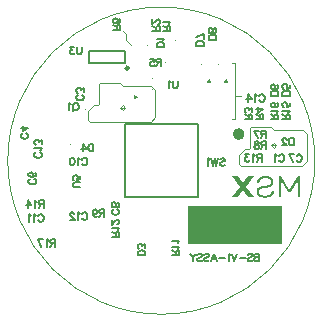
<source format=gbo>
G04*
G04 #@! TF.GenerationSoftware,Altium Limited,Altium Designer,19.0.14 (431)*
G04*
G04 Layer_Color=39423*
%FSLAX25Y25*%
%MOIN*%
G70*
G01*
G75*
%ADD11C,0.00984*%
%ADD12C,0.00787*%
%ADD13C,0.00500*%
%ADD14C,0.00050*%
%ADD118C,0.00394*%
%ADD119C,0.01968*%
%ADD120R,0.31496X0.12795*%
G36*
X-9055Y21752D02*
Y20768D01*
X-8071Y21260D01*
X-9055Y21752D01*
D02*
G37*
G36*
X15256Y26181D02*
X16240D01*
X15748Y27165D01*
X15256Y26181D01*
D02*
G37*
G36*
X20965D02*
X21949D01*
X21457Y27165D01*
X20965Y26181D01*
D02*
G37*
G36*
X46169Y-12205D02*
X45450D01*
X45469Y-6461D01*
X43069Y-10286D01*
X42200D01*
X39781Y-6430D01*
X39800Y-12205D01*
X39081D01*
Y-5211D01*
X39838D01*
X42631Y-9648D01*
X45431Y-5211D01*
X46169D01*
Y-12205D01*
D02*
G37*
G36*
X34844Y-5080D02*
X34919D01*
X35013Y-5086D01*
X35113Y-5092D01*
X35225Y-5105D01*
X35344Y-5117D01*
X35463Y-5136D01*
X35719Y-5180D01*
X35969Y-5242D01*
X36094Y-5280D01*
X36206Y-5324D01*
X36213D01*
X36231Y-5336D01*
X36263Y-5348D01*
X36306Y-5367D01*
X36350Y-5392D01*
X36406Y-5424D01*
X36538Y-5499D01*
X36681Y-5592D01*
X36831Y-5711D01*
X36969Y-5849D01*
X37031Y-5917D01*
X37088Y-5999D01*
Y-6005D01*
X37100Y-6017D01*
X37113Y-6042D01*
X37131Y-6073D01*
X37150Y-6111D01*
X37175Y-6161D01*
X37200Y-6217D01*
X37225Y-6280D01*
X37250Y-6348D01*
X37275Y-6424D01*
X37325Y-6592D01*
X37350Y-6780D01*
X37363Y-6880D01*
Y-6980D01*
Y-7192D01*
Y-7198D01*
Y-7224D01*
X37356Y-7255D01*
Y-7305D01*
X37350Y-7361D01*
X37338Y-7423D01*
X37325Y-7498D01*
X37313Y-7574D01*
X37263Y-7742D01*
X37231Y-7836D01*
X37194Y-7924D01*
X37150Y-8011D01*
X37094Y-8099D01*
X37038Y-8180D01*
X36969Y-8255D01*
X36963Y-8261D01*
X36950Y-8274D01*
X36925Y-8292D01*
X36900Y-8317D01*
X36856Y-8348D01*
X36813Y-8386D01*
X36756Y-8430D01*
X36694Y-8473D01*
X36625Y-8523D01*
X36544Y-8567D01*
X36463Y-8617D01*
X36375Y-8667D01*
X36275Y-8711D01*
X36175Y-8755D01*
X35950Y-8836D01*
X35944D01*
X35919Y-8842D01*
X35888Y-8855D01*
X35838Y-8867D01*
X35781Y-8880D01*
X35713Y-8899D01*
X35631Y-8911D01*
X35544Y-8930D01*
X35444Y-8948D01*
X35338Y-8974D01*
X35225Y-8992D01*
X35106Y-9005D01*
X34856Y-9036D01*
X34588Y-9061D01*
X34544D01*
X34494Y-9067D01*
X34425Y-9074D01*
X34344Y-9086D01*
X34250Y-9092D01*
X34144Y-9111D01*
X34031Y-9123D01*
X33913Y-9149D01*
X33788Y-9167D01*
X33531Y-9230D01*
X33281Y-9298D01*
X33163Y-9342D01*
X33050Y-9392D01*
X33044D01*
X33025Y-9405D01*
X33000Y-9424D01*
X32963Y-9442D01*
X32919Y-9473D01*
X32869Y-9511D01*
X32819Y-9549D01*
X32763Y-9599D01*
X32713Y-9655D01*
X32656Y-9724D01*
X32606Y-9792D01*
X32563Y-9867D01*
X32525Y-9955D01*
X32500Y-10048D01*
X32475Y-10148D01*
X32469Y-10255D01*
Y-10342D01*
Y-10349D01*
Y-10367D01*
X32475Y-10398D01*
Y-10436D01*
X32488Y-10486D01*
X32494Y-10542D01*
X32513Y-10611D01*
X32531Y-10680D01*
X32563Y-10748D01*
X32594Y-10824D01*
X32638Y-10905D01*
X32688Y-10980D01*
X32744Y-11061D01*
X32819Y-11136D01*
X32894Y-11211D01*
X32988Y-11280D01*
X32994Y-11286D01*
X33013Y-11292D01*
X33044Y-11311D01*
X33081Y-11336D01*
X33138Y-11361D01*
X33206Y-11392D01*
X33281Y-11423D01*
X33375Y-11461D01*
X33481Y-11492D01*
X33594Y-11524D01*
X33725Y-11555D01*
X33863Y-11586D01*
X34019Y-11611D01*
X34188Y-11630D01*
X34363Y-11642D01*
X34556Y-11648D01*
X34631D01*
X34681Y-11642D01*
X34750Y-11636D01*
X34825Y-11630D01*
X34906Y-11624D01*
X35000Y-11611D01*
X35200Y-11580D01*
X35413Y-11536D01*
X35625Y-11480D01*
X35825Y-11399D01*
X35831D01*
X35844Y-11386D01*
X35875Y-11373D01*
X35906Y-11355D01*
X35950Y-11330D01*
X35994Y-11305D01*
X36106Y-11236D01*
X36225Y-11148D01*
X36350Y-11049D01*
X36469Y-10930D01*
X36575Y-10805D01*
Y-10798D01*
X36588Y-10786D01*
X36600Y-10767D01*
X36613Y-10742D01*
X36631Y-10711D01*
X36650Y-10667D01*
X36694Y-10573D01*
X36744Y-10467D01*
X36781Y-10342D01*
X36806Y-10205D01*
X36819Y-10067D01*
Y-9999D01*
X37550D01*
Y-10186D01*
Y-10192D01*
Y-10211D01*
Y-10242D01*
X37544Y-10286D01*
X37538Y-10342D01*
X37531Y-10405D01*
X37519Y-10474D01*
X37506Y-10548D01*
X37463Y-10717D01*
X37400Y-10905D01*
X37363Y-10999D01*
X37313Y-11092D01*
X37263Y-11186D01*
X37200Y-11280D01*
X37194Y-11286D01*
X37181Y-11299D01*
X37163Y-11323D01*
X37131Y-11361D01*
X37094Y-11399D01*
X37050Y-11449D01*
X37000Y-11498D01*
X36938Y-11561D01*
X36869Y-11617D01*
X36794Y-11680D01*
X36706Y-11749D01*
X36619Y-11811D01*
X36519Y-11874D01*
X36413Y-11936D01*
X36294Y-11992D01*
X36175Y-12049D01*
X36169D01*
X36144Y-12061D01*
X36106Y-12073D01*
X36056Y-12092D01*
X35994Y-12111D01*
X35913Y-12136D01*
X35825Y-12161D01*
X35719Y-12192D01*
X35606Y-12217D01*
X35488Y-12242D01*
X35350Y-12267D01*
X35213Y-12286D01*
X35056Y-12305D01*
X34900Y-12324D01*
X34731Y-12330D01*
X34556Y-12336D01*
X34463D01*
X34419Y-12330D01*
X34325Y-12324D01*
X34206Y-12317D01*
X34075Y-12305D01*
X33925Y-12286D01*
X33763Y-12267D01*
X33594Y-12236D01*
X33425Y-12199D01*
X33244Y-12155D01*
X33069Y-12105D01*
X32900Y-12049D01*
X32738Y-11974D01*
X32581Y-11898D01*
X32444Y-11805D01*
X32438Y-11799D01*
X32413Y-11780D01*
X32381Y-11749D01*
X32331Y-11711D01*
X32281Y-11655D01*
X32219Y-11592D01*
X32156Y-11517D01*
X32088Y-11436D01*
X32025Y-11336D01*
X31963Y-11230D01*
X31900Y-11117D01*
X31850Y-10992D01*
X31800Y-10855D01*
X31769Y-10711D01*
X31744Y-10555D01*
X31738Y-10392D01*
Y-10142D01*
Y-10136D01*
Y-10111D01*
X31744Y-10080D01*
Y-10036D01*
X31750Y-9980D01*
X31763Y-9917D01*
X31775Y-9849D01*
X31794Y-9767D01*
X31844Y-9605D01*
X31875Y-9523D01*
X31919Y-9436D01*
X31963Y-9348D01*
X32019Y-9267D01*
X32081Y-9192D01*
X32150Y-9117D01*
X32156Y-9111D01*
X32169Y-9099D01*
X32194Y-9080D01*
X32225Y-9055D01*
X32263Y-9024D01*
X32306Y-8992D01*
X32363Y-8948D01*
X32425Y-8905D01*
X32500Y-8861D01*
X32575Y-8817D01*
X32656Y-8773D01*
X32750Y-8730D01*
X32950Y-8642D01*
X33169Y-8567D01*
X33175D01*
X33194Y-8561D01*
X33231Y-8548D01*
X33275Y-8536D01*
X33331Y-8523D01*
X33400Y-8511D01*
X33475Y-8492D01*
X33563Y-8473D01*
X33656Y-8455D01*
X33756Y-8436D01*
X33863Y-8417D01*
X33975Y-8399D01*
X34213Y-8367D01*
X34463Y-8348D01*
X34488D01*
X34525Y-8342D01*
X34569D01*
X34625Y-8336D01*
X34688Y-8330D01*
X34763Y-8324D01*
X34838Y-8311D01*
X35013Y-8292D01*
X35200Y-8261D01*
X35394Y-8230D01*
X35581Y-8192D01*
X35588D01*
X35600Y-8186D01*
X35625Y-8180D01*
X35663Y-8174D01*
X35700Y-8161D01*
X35750Y-8142D01*
X35856Y-8105D01*
X35981Y-8055D01*
X36106Y-7986D01*
X36231Y-7911D01*
X36344Y-7824D01*
Y-7817D01*
X36356Y-7811D01*
X36388Y-7773D01*
X36431Y-7717D01*
X36488Y-7630D01*
X36538Y-7530D01*
X36581Y-7399D01*
X36619Y-7255D01*
X36625Y-7174D01*
X36631Y-7086D01*
Y-6999D01*
Y-6992D01*
Y-6973D01*
Y-6949D01*
X36625Y-6911D01*
X36619Y-6867D01*
X36606Y-6811D01*
X36575Y-6692D01*
X36550Y-6623D01*
X36519Y-6555D01*
X36481Y-6486D01*
X36438Y-6411D01*
X36388Y-6336D01*
X36325Y-6267D01*
X36250Y-6199D01*
X36169Y-6130D01*
X36163Y-6123D01*
X36144Y-6117D01*
X36119Y-6098D01*
X36081Y-6073D01*
X36031Y-6049D01*
X35969Y-6017D01*
X35894Y-5986D01*
X35806Y-5955D01*
X35713Y-5923D01*
X35600Y-5892D01*
X35481Y-5861D01*
X35344Y-5830D01*
X35200Y-5805D01*
X35044Y-5786D01*
X34869Y-5773D01*
X34688Y-5767D01*
X34613D01*
X34556Y-5773D01*
X34494Y-5780D01*
X34419Y-5786D01*
X34338Y-5792D01*
X34244Y-5805D01*
X34050Y-5836D01*
X33844Y-5880D01*
X33650Y-5936D01*
X33556Y-5974D01*
X33469Y-6017D01*
X33463D01*
X33450Y-6030D01*
X33425Y-6042D01*
X33394Y-6061D01*
X33363Y-6080D01*
X33319Y-6111D01*
X33225Y-6180D01*
X33119Y-6261D01*
X33013Y-6367D01*
X32919Y-6480D01*
X32838Y-6611D01*
Y-6617D01*
X32831Y-6630D01*
X32819Y-6649D01*
X32806Y-6673D01*
X32794Y-6705D01*
X32775Y-6742D01*
X32744Y-6836D01*
X32706Y-6949D01*
X32681Y-7074D01*
X32656Y-7205D01*
X32650Y-7349D01*
Y-7417D01*
X31925D01*
Y-7217D01*
Y-7211D01*
Y-7192D01*
Y-7161D01*
X31931Y-7124D01*
Y-7074D01*
X31938Y-7017D01*
X31950Y-6949D01*
X31956Y-6880D01*
X31994Y-6717D01*
X32044Y-6542D01*
X32081Y-6448D01*
X32119Y-6361D01*
X32169Y-6267D01*
X32219Y-6174D01*
X32225Y-6167D01*
X32231Y-6155D01*
X32250Y-6123D01*
X32275Y-6092D01*
X32306Y-6049D01*
X32344Y-6005D01*
X32388Y-5948D01*
X32444Y-5892D01*
X32500Y-5830D01*
X32569Y-5767D01*
X32644Y-5698D01*
X32725Y-5636D01*
X32813Y-5567D01*
X32913Y-5505D01*
X33013Y-5442D01*
X33125Y-5386D01*
X33131Y-5380D01*
X33150Y-5373D01*
X33188Y-5355D01*
X33238Y-5336D01*
X33294Y-5317D01*
X33369Y-5286D01*
X33456Y-5261D01*
X33550Y-5230D01*
X33656Y-5205D01*
X33775Y-5173D01*
X33906Y-5148D01*
X34044Y-5124D01*
X34188Y-5105D01*
X34350Y-5086D01*
X34513Y-5080D01*
X34688Y-5074D01*
X34775D01*
X34844Y-5080D01*
D02*
G37*
G36*
X28252Y-8686D02*
X30852Y-12205D01*
X28852D01*
X27202Y-9805D01*
X25571Y-12205D01*
X23571D01*
X26171Y-8648D01*
X23615Y-5211D01*
X25602D01*
X27233Y-7517D01*
X28821Y-5211D01*
X30815D01*
X28252Y-8686D01*
D02*
G37*
D11*
X-10925Y30918D02*
G03*
X-10925Y30918I-492J0D01*
G01*
D12*
X-12200Y12200D02*
X12200D01*
X-12200Y-12100D02*
Y12200D01*
Y-12100D02*
X12200D01*
X12100Y-12000D02*
X12200Y-12100D01*
Y-11900D02*
Y12200D01*
X12100Y-12000D02*
X12200Y-11900D01*
X-24213Y36614D02*
X-12008D01*
X-24213Y32677D02*
X-12008D01*
X-24213D02*
Y36614D01*
X-12008Y32677D02*
Y36614D01*
D13*
X-27028Y-8858D02*
X-28813D01*
X-29171Y-8739D01*
X-29408Y-8501D01*
X-29528Y-8144D01*
Y-7906D01*
X-29408Y-7549D01*
X-29171Y-7311D01*
X-28813Y-7192D01*
X-27028D01*
Y-5073D02*
Y-6264D01*
X-28099Y-6383D01*
X-27980Y-6264D01*
X-27861Y-5906D01*
Y-5550D01*
X-27980Y-5192D01*
X-28218Y-4954D01*
X-28575Y-4835D01*
X-28813D01*
X-29171Y-4954D01*
X-29408Y-5192D01*
X-29528Y-5550D01*
Y-5906D01*
X-29408Y-6264D01*
X-29289Y-6383D01*
X-29052Y-6502D01*
X19544Y469D02*
X19782Y707D01*
X20139Y826D01*
X20616D01*
X20973Y707D01*
X21211Y469D01*
Y231D01*
X21092Y-7D01*
X20973Y-126D01*
X20734Y-245D01*
X20020Y-483D01*
X19782Y-602D01*
X19663Y-721D01*
X19544Y-959D01*
Y-1316D01*
X19782Y-1554D01*
X20139Y-1673D01*
X20616D01*
X20973Y-1554D01*
X21211Y-1316D01*
X18985Y826D02*
X18390Y-1673D01*
X17795Y826D02*
X18390Y-1673D01*
X17795Y826D02*
X17200Y-1673D01*
X16604Y826D02*
X17200Y-1673D01*
X16105Y350D02*
X15867Y469D01*
X15509Y826D01*
Y-1673D01*
X18248Y40354D02*
X15748D01*
X18248D02*
Y41188D01*
X18128Y41544D01*
X17890Y41783D01*
X17652Y41902D01*
X17295Y42021D01*
X16700D01*
X16343Y41902D01*
X16105Y41783D01*
X15867Y41544D01*
X15748Y41188D01*
Y40354D01*
X18248Y43175D02*
X18128Y42818D01*
X17890Y42699D01*
X17652D01*
X17414Y42818D01*
X17295Y43056D01*
X17176Y43532D01*
X17057Y43889D01*
X16819Y44127D01*
X16581Y44246D01*
X16224D01*
X15986Y44127D01*
X15867Y44008D01*
X15748Y43651D01*
Y43175D01*
X15867Y42818D01*
X15986Y42699D01*
X16224Y42580D01*
X16581D01*
X16819Y42699D01*
X17057Y42937D01*
X17176Y43294D01*
X17295Y43770D01*
X17414Y44008D01*
X17652Y44127D01*
X17890D01*
X18128Y44008D01*
X18248Y43651D01*
Y43175D01*
X-35433Y-26241D02*
Y-28740D01*
Y-26241D02*
X-36504D01*
X-36861Y-26360D01*
X-36980Y-26479D01*
X-37099Y-26717D01*
Y-26955D01*
X-36980Y-27193D01*
X-36861Y-27312D01*
X-36504Y-27431D01*
X-35433D01*
X-36266D02*
X-37099Y-28740D01*
X-37659Y-26717D02*
X-37897Y-26598D01*
X-38254Y-26241D01*
Y-28740D01*
X-41158Y-26241D02*
X-39968Y-28740D01*
X-39492Y-26241D02*
X-41158D01*
X5512Y26673D02*
Y24887D01*
X5393Y24530D01*
X5155Y24292D01*
X4798Y24173D01*
X4560D01*
X4203Y24292D01*
X3965Y24530D01*
X3845Y24887D01*
Y26673D01*
X3155Y26197D02*
X2917Y26316D01*
X2560Y26673D01*
Y24173D01*
X14133Y38386D02*
X11634D01*
X14133D02*
Y39219D01*
X14014Y39576D01*
X13776Y39814D01*
X13538Y39933D01*
X13181Y40052D01*
X12586D01*
X12229Y39933D01*
X11991Y39814D01*
X11753Y39576D01*
X11634Y39219D01*
Y38386D01*
X14133Y42278D02*
X11634Y41088D01*
X14133Y40611D02*
Y42278D01*
X-22638Y5649D02*
Y3150D01*
Y5649D02*
X-23471D01*
X-23828Y5530D01*
X-24066Y5292D01*
X-24185Y5054D01*
X-24304Y4697D01*
Y4102D01*
X-24185Y3745D01*
X-24066Y3507D01*
X-23828Y3269D01*
X-23471Y3150D01*
X-22638D01*
X-26054Y5649D02*
X-24863Y3983D01*
X-26649D01*
X-26054Y5649D02*
Y3150D01*
X-26575Y37933D02*
Y36147D01*
X-26694Y35790D01*
X-26932Y35552D01*
X-27289Y35433D01*
X-27527D01*
X-27884Y35552D01*
X-28122Y35790D01*
X-28241Y36147D01*
Y37933D01*
X-29169D02*
X-30479D01*
X-29765Y36980D01*
X-30122D01*
X-30360Y36861D01*
X-30479Y36742D01*
X-30598Y36385D01*
Y36147D01*
X-30479Y35790D01*
X-30241Y35552D01*
X-29884Y35433D01*
X-29526D01*
X-29169Y35552D01*
X-29050Y35671D01*
X-28931Y35909D01*
X-5348Y-31496D02*
X-7847D01*
X-5348D02*
Y-30663D01*
X-5467Y-30306D01*
X-5705Y-30068D01*
X-5943Y-29949D01*
X-6300Y-29830D01*
X-6895D01*
X-7252Y-29949D01*
X-7490Y-30068D01*
X-7728Y-30306D01*
X-7847Y-30663D01*
Y-31496D01*
X-5348Y-29032D02*
Y-27723D01*
X-6300Y-28437D01*
Y-28080D01*
X-6419Y-27842D01*
X-6538Y-27723D01*
X-6895Y-27604D01*
X-7133D01*
X-7490Y-27723D01*
X-7728Y-27961D01*
X-7847Y-28318D01*
Y-28675D01*
X-7728Y-29032D01*
X-7609Y-29151D01*
X-7371Y-29270D01*
X38917Y21654D02*
X36417D01*
X38917D02*
Y22487D01*
X38798Y22844D01*
X38560Y23082D01*
X38322Y23201D01*
X37965Y23320D01*
X37369D01*
X37012Y23201D01*
X36774Y23082D01*
X36536Y22844D01*
X36417Y22487D01*
Y21654D01*
X38560Y25308D02*
X38798Y25188D01*
X38917Y24831D01*
Y24593D01*
X38798Y24236D01*
X38441Y23998D01*
X37846Y23879D01*
X37251D01*
X36774Y23998D01*
X36536Y24236D01*
X36417Y24593D01*
Y24712D01*
X36536Y25069D01*
X36774Y25308D01*
X37132Y25427D01*
X37251D01*
X37607Y25308D01*
X37846Y25069D01*
X37965Y24712D01*
Y24593D01*
X37846Y24236D01*
X37607Y23998D01*
X37251Y23879D01*
X-28273Y19232D02*
X-28035Y19113D01*
X-27797Y18875D01*
X-27678Y18637D01*
X-27559Y18280D01*
Y17684D01*
X-27678Y17327D01*
X-27797Y17089D01*
X-28035Y16851D01*
X-28273Y16732D01*
X-28749D01*
X-28987Y16851D01*
X-29225Y17089D01*
X-29344Y17327D01*
X-29463Y17684D01*
Y18280D01*
X-29344Y18637D01*
X-29225Y18875D01*
X-28987Y19113D01*
X-28749Y19232D01*
X-28273D01*
X-28630Y17208D02*
X-29344Y16494D01*
X-30047Y18756D02*
X-30285Y18875D01*
X-30642Y19232D01*
Y16732D01*
X-42387Y-6089D02*
X-42149Y-6208D01*
X-41911Y-6446D01*
X-41792Y-6684D01*
Y-7160D01*
X-41911Y-7398D01*
X-42149Y-7636D01*
X-42387Y-7755D01*
X-42744Y-7874D01*
X-43339D01*
X-43696Y-7755D01*
X-43934Y-7636D01*
X-44172Y-7398D01*
X-44291Y-7160D01*
Y-6684D01*
X-44172Y-6446D01*
X-43934Y-6208D01*
X-43696Y-6089D01*
X-42149Y-3958D02*
X-41911Y-4077D01*
X-41792Y-4434D01*
Y-4672D01*
X-41911Y-5029D01*
X-42268Y-5267D01*
X-42863Y-5387D01*
X-43458D01*
X-43934Y-5267D01*
X-44172Y-5029D01*
X-44291Y-4672D01*
Y-4553D01*
X-44172Y-4196D01*
X-43934Y-3958D01*
X-43577Y-3839D01*
X-43458D01*
X-43101Y-3958D01*
X-42863Y-4196D01*
X-42744Y-4553D01*
Y-4672D01*
X-42863Y-5029D01*
X-43101Y-5267D01*
X-43458Y-5387D01*
X45065Y1557D02*
X45184Y1795D01*
X45422Y2033D01*
X45660Y2152D01*
X46136D01*
X46374Y2033D01*
X46612Y1795D01*
X46731Y1557D01*
X46850Y1200D01*
Y605D01*
X46731Y248D01*
X46612Y10D01*
X46374Y-228D01*
X46136Y-347D01*
X45660D01*
X45422Y-228D01*
X45184Y10D01*
X45065Y248D01*
X42696Y2152D02*
X43887Y-347D01*
X44363Y2152D02*
X42696D01*
X39160Y1557D02*
X39279Y1795D01*
X39517Y2033D01*
X39755Y2152D01*
X40231D01*
X40469Y2033D01*
X40707Y1795D01*
X40826Y1557D01*
X40945Y1200D01*
Y605D01*
X40826Y248D01*
X40707Y10D01*
X40469Y-228D01*
X40231Y-347D01*
X39755D01*
X39517Y-228D01*
X39279Y10D01*
X39160Y248D01*
X38457Y1676D02*
X38219Y1795D01*
X37862Y2152D01*
Y-347D01*
X-26442Y21864D02*
X-26204Y21745D01*
X-25966Y21507D01*
X-25847Y21269D01*
Y20793D01*
X-25966Y20555D01*
X-26204Y20317D01*
X-26442Y20198D01*
X-26799Y20079D01*
X-27394D01*
X-27751Y20198D01*
X-27989Y20317D01*
X-28227Y20555D01*
X-28346Y20793D01*
Y21269D01*
X-28227Y21507D01*
X-27989Y21745D01*
X-27751Y21864D01*
X-25847Y22804D02*
Y24114D01*
X-26799Y23399D01*
Y23756D01*
X-26918Y23995D01*
X-27037Y24114D01*
X-27394Y24233D01*
X-27632D01*
X-27989Y24114D01*
X-28227Y23876D01*
X-28346Y23518D01*
Y23161D01*
X-28227Y22804D01*
X-28108Y22685D01*
X-27870Y22566D01*
X-44946Y9138D02*
X-44708Y9019D01*
X-44470Y8781D01*
X-44351Y8543D01*
Y8066D01*
X-44470Y7829D01*
X-44708Y7590D01*
X-44946Y7471D01*
X-45303Y7352D01*
X-45898D01*
X-46255Y7471D01*
X-46493Y7590D01*
X-46731Y7829D01*
X-46850Y8066D01*
Y8543D01*
X-46731Y8781D01*
X-46493Y9019D01*
X-46255Y9138D01*
X-44351Y11030D02*
X-46017Y9840D01*
Y11625D01*
X-44351Y11030D02*
X-46850D01*
X-14631Y-16263D02*
X-14393Y-16382D01*
X-14155Y-16620D01*
X-14036Y-16858D01*
Y-17334D01*
X-14155Y-17572D01*
X-14393Y-17810D01*
X-14631Y-17929D01*
X-14988Y-18048D01*
X-15583D01*
X-15940Y-17929D01*
X-16178Y-17810D01*
X-16416Y-17572D01*
X-16535Y-17334D01*
Y-16858D01*
X-16416Y-16620D01*
X-16178Y-16382D01*
X-15940Y-16263D01*
X-14036Y-14965D02*
X-14155Y-15323D01*
X-14393Y-15442D01*
X-14631D01*
X-14869Y-15323D01*
X-14988Y-15085D01*
X-15107Y-14608D01*
X-15226Y-14251D01*
X-15464Y-14013D01*
X-15702Y-13894D01*
X-16059D01*
X-16297Y-14013D01*
X-16416Y-14132D01*
X-16535Y-14490D01*
Y-14965D01*
X-16416Y-15323D01*
X-16297Y-15442D01*
X-16059Y-15561D01*
X-15702D01*
X-15464Y-15442D01*
X-15226Y-15204D01*
X-15107Y-14846D01*
X-14988Y-14370D01*
X-14869Y-14132D01*
X-14631Y-14013D01*
X-14393D01*
X-14155Y-14132D01*
X-14036Y-14490D01*
Y-14965D01*
X-26392Y330D02*
X-26273Y568D01*
X-26035Y806D01*
X-25796Y925D01*
X-25320D01*
X-25082Y806D01*
X-24844Y568D01*
X-24725Y330D01*
X-24606Y-27D01*
Y-623D01*
X-24725Y-980D01*
X-24844Y-1218D01*
X-25082Y-1456D01*
X-25320Y-1575D01*
X-25796D01*
X-26035Y-1456D01*
X-26273Y-1218D01*
X-26392Y-980D01*
X-27094Y449D02*
X-27332Y568D01*
X-27689Y925D01*
Y-1575D01*
X-29641Y925D02*
X-29284Y806D01*
X-29046Y449D01*
X-28927Y-146D01*
Y-504D01*
X-29046Y-1099D01*
X-29284Y-1456D01*
X-29641Y-1575D01*
X-29879D01*
X-30236Y-1456D01*
X-30474Y-1099D01*
X-30593Y-504D01*
Y-146D01*
X-30474Y449D01*
X-30236Y806D01*
X-29879Y925D01*
X-29641D01*
X-41034Y-18443D02*
X-40915Y-18205D01*
X-40677Y-17967D01*
X-40439Y-17848D01*
X-39963D01*
X-39724Y-17967D01*
X-39487Y-18205D01*
X-39367Y-18443D01*
X-39248Y-18800D01*
Y-19395D01*
X-39367Y-19752D01*
X-39487Y-19990D01*
X-39724Y-20228D01*
X-39963Y-20347D01*
X-40439D01*
X-40677Y-20228D01*
X-40915Y-19990D01*
X-41034Y-19752D01*
X-41736Y-18324D02*
X-41974Y-18205D01*
X-42331Y-17848D01*
Y-20347D01*
X-43569Y-18324D02*
X-43807Y-18205D01*
X-44164Y-17848D01*
Y-20347D01*
X-26392Y-17781D02*
X-26273Y-17543D01*
X-26035Y-17305D01*
X-25796Y-17186D01*
X-25320D01*
X-25082Y-17305D01*
X-24844Y-17543D01*
X-24725Y-17781D01*
X-24606Y-18138D01*
Y-18733D01*
X-24725Y-19090D01*
X-24844Y-19328D01*
X-25082Y-19566D01*
X-25320Y-19685D01*
X-25796D01*
X-26035Y-19566D01*
X-26273Y-19328D01*
X-26392Y-19090D01*
X-27094Y-17662D02*
X-27332Y-17543D01*
X-27689Y-17186D01*
Y-19685D01*
X-29046Y-17781D02*
Y-17662D01*
X-29165Y-17424D01*
X-29284Y-17305D01*
X-29522Y-17186D01*
X-29998D01*
X-30236Y-17305D01*
X-30355Y-17424D01*
X-30474Y-17662D01*
Y-17900D01*
X-30355Y-18138D01*
X-30117Y-18495D01*
X-28927Y-19685D01*
X-30593D01*
X-40418Y2770D02*
X-40180Y2651D01*
X-39942Y2413D01*
X-39823Y2175D01*
Y1698D01*
X-39942Y1460D01*
X-40180Y1222D01*
X-40418Y1103D01*
X-40775Y984D01*
X-41371D01*
X-41728Y1103D01*
X-41966Y1222D01*
X-42204Y1460D01*
X-42323Y1698D01*
Y2175D01*
X-42204Y2413D01*
X-41966Y2651D01*
X-41728Y2770D01*
X-40299Y3472D02*
X-40180Y3710D01*
X-39823Y4067D01*
X-42323D01*
X-39823Y5543D02*
Y6852D01*
X-40775Y6138D01*
Y6495D01*
X-40895Y6733D01*
X-41014Y6852D01*
X-41371Y6971D01*
X-41609D01*
X-41966Y6852D01*
X-42204Y6614D01*
X-42323Y6257D01*
Y5900D01*
X-42204Y5543D01*
X-42085Y5424D01*
X-41847Y5305D01*
X1017Y37902D02*
X-1482D01*
X1017D02*
Y38735D01*
X898Y39093D01*
X660Y39331D01*
X422Y39450D01*
X65Y39569D01*
X-530D01*
X-887Y39450D01*
X-1125Y39331D01*
X-1363Y39093D01*
X-1482Y38735D01*
Y37902D01*
X541Y40128D02*
X660Y40366D01*
X1017Y40723D01*
X-1482D01*
X44094Y7618D02*
Y5118D01*
Y7618D02*
X43261D01*
X42904Y7499D01*
X42666Y7260D01*
X42547Y7023D01*
X42428Y6665D01*
Y6070D01*
X42547Y5713D01*
X42666Y5475D01*
X42904Y5237D01*
X43261Y5118D01*
X44094D01*
X41750Y7023D02*
Y7141D01*
X41631Y7379D01*
X41512Y7499D01*
X41274Y7618D01*
X40798D01*
X40560Y7499D01*
X40440Y7379D01*
X40321Y7141D01*
Y6903D01*
X40440Y6665D01*
X40679Y6308D01*
X41869Y5118D01*
X40203D01*
X42854Y21654D02*
X40354D01*
X42854D02*
Y22487D01*
X42735Y22844D01*
X42497Y23082D01*
X42259Y23201D01*
X41902Y23320D01*
X41306D01*
X40949Y23201D01*
X40711Y23082D01*
X40473Y22844D01*
X40354Y22487D01*
Y21654D01*
X42854Y25308D02*
Y24117D01*
X41783Y23998D01*
X41902Y24117D01*
X42021Y24474D01*
Y24831D01*
X41902Y25188D01*
X41664Y25427D01*
X41306Y25546D01*
X41069D01*
X40711Y25427D01*
X40473Y25188D01*
X40354Y24831D01*
Y24474D01*
X40473Y24117D01*
X40592Y23998D01*
X40830Y23879D01*
X3049Y43307D02*
X550D01*
X3049D02*
Y44378D01*
X2930Y44735D01*
X2811Y44854D01*
X2573Y44973D01*
X2335D01*
X2097Y44854D01*
X1978Y44735D01*
X1859Y44378D01*
Y43307D01*
Y44140D02*
X550Y44973D01*
X2573Y45533D02*
X2692Y45771D01*
X3049Y46128D01*
X550D01*
X-453Y43307D02*
X-2953D01*
X-453D02*
Y44378D01*
X-572Y44735D01*
X-691Y44854D01*
X-929Y44973D01*
X-1167D01*
X-1405Y44854D01*
X-1524Y44735D01*
X-1643Y44378D01*
Y43307D01*
Y44140D02*
X-2953Y44973D01*
X-1048Y45652D02*
X-929D01*
X-691Y45771D01*
X-572Y45890D01*
X-453Y46128D01*
Y46604D01*
X-572Y46842D01*
X-691Y46961D01*
X-929Y47080D01*
X-1167D01*
X-1405Y46961D01*
X-1763Y46723D01*
X-2953Y45533D01*
Y47199D01*
X30255Y13780D02*
X27756D01*
X30255D02*
Y14851D01*
X30136Y15208D01*
X30017Y15327D01*
X29779Y15446D01*
X29541D01*
X29303Y15327D01*
X29184Y15208D01*
X29065Y14851D01*
Y13780D01*
Y14613D02*
X27756Y15446D01*
X30255Y16243D02*
Y17552D01*
X29303Y16838D01*
Y17196D01*
X29184Y17434D01*
X29065Y17552D01*
X28708Y17672D01*
X28470D01*
X28113Y17552D01*
X27875Y17314D01*
X27756Y16957D01*
Y16600D01*
X27875Y16243D01*
X27994Y16124D01*
X28232Y16005D01*
X33996Y13780D02*
X31496D01*
X33996D02*
Y14851D01*
X33876Y15208D01*
X33757Y15327D01*
X33520Y15446D01*
X33281D01*
X33043Y15327D01*
X32924Y15208D01*
X32805Y14851D01*
Y13780D01*
Y14613D02*
X31496Y15446D01*
X33996Y17196D02*
X32329Y16005D01*
Y17791D01*
X33996Y17196D02*
X31496D01*
X0Y33996D02*
Y31496D01*
Y33996D02*
X-1071D01*
X-1428Y33876D01*
X-1547Y33757D01*
X-1666Y33519D01*
Y33281D01*
X-1547Y33043D01*
X-1428Y32924D01*
X-1071Y32805D01*
X0D01*
X-833D02*
X-1666Y31496D01*
X-3654Y33996D02*
X-2464D01*
X-2345Y32924D01*
X-2464Y33043D01*
X-2821Y33162D01*
X-3178D01*
X-3535Y33043D01*
X-3773Y32805D01*
X-3892Y32448D01*
Y32210D01*
X-3773Y31853D01*
X-3535Y31615D01*
X-3178Y31496D01*
X-2821D01*
X-2464Y31615D01*
X-2345Y31734D01*
X-2226Y31972D01*
X-13642Y43701D02*
X-16142D01*
X-13642D02*
Y44772D01*
X-13761Y45129D01*
X-13880Y45248D01*
X-14118Y45367D01*
X-14356D01*
X-14594Y45248D01*
X-14714Y45129D01*
X-14832Y44772D01*
Y43701D01*
Y44534D02*
X-16142Y45367D01*
X-13999Y47355D02*
X-13761Y47236D01*
X-13642Y46879D01*
Y46641D01*
X-13761Y46284D01*
X-14118Y46046D01*
X-14714Y45926D01*
X-15309D01*
X-15785Y46046D01*
X-16023Y46284D01*
X-16142Y46641D01*
Y46760D01*
X-16023Y47117D01*
X-15785Y47355D01*
X-15428Y47474D01*
X-15309D01*
X-14952Y47355D01*
X-14714Y47117D01*
X-14594Y46760D01*
Y46641D01*
X-14714Y46284D01*
X-14952Y46046D01*
X-15309Y45926D01*
X34843Y9983D02*
Y7484D01*
Y9983D02*
X33771D01*
X33414Y9864D01*
X33295Y9745D01*
X33176Y9507D01*
Y9269D01*
X33295Y9031D01*
X33414Y8912D01*
X33771Y8793D01*
X34843D01*
X34009D02*
X33176Y7484D01*
X30950Y9983D02*
X32141Y7484D01*
X32617Y9983D02*
X30950D01*
X34843Y6436D02*
Y3937D01*
Y6436D02*
X33771D01*
X33414Y6318D01*
X33295Y6198D01*
X33176Y5960D01*
Y5722D01*
X33295Y5484D01*
X33414Y5365D01*
X33771Y5246D01*
X34843D01*
X34009D02*
X33176Y3937D01*
X32022Y6436D02*
X32379Y6318D01*
X32498Y6079D01*
Y5841D01*
X32379Y5603D01*
X32141Y5484D01*
X31665Y5365D01*
X31308Y5246D01*
X31069Y5008D01*
X30950Y4770D01*
Y4413D01*
X31069Y4175D01*
X31188Y4056D01*
X31546Y3937D01*
X32022D01*
X32379Y4056D01*
X32498Y4175D01*
X32617Y4413D01*
Y4770D01*
X32498Y5008D01*
X32260Y5246D01*
X31903Y5365D01*
X31427Y5484D01*
X31188Y5603D01*
X31069Y5841D01*
Y6079D01*
X31188Y6318D01*
X31546Y6436D01*
X32022D01*
X-19094Y-16201D02*
Y-18701D01*
Y-16201D02*
X-20166D01*
X-20523Y-16320D01*
X-20642Y-16439D01*
X-20761Y-16677D01*
Y-16916D01*
X-20642Y-17154D01*
X-20523Y-17273D01*
X-20166Y-17392D01*
X-19094D01*
X-19928D02*
X-20761Y-18701D01*
X-22867Y-17034D02*
X-22749Y-17392D01*
X-22510Y-17630D01*
X-22153Y-17749D01*
X-22034D01*
X-21677Y-17630D01*
X-21439Y-17392D01*
X-21320Y-17034D01*
Y-16916D01*
X-21439Y-16558D01*
X-21677Y-16320D01*
X-22034Y-16201D01*
X-22153D01*
X-22510Y-16320D01*
X-22749Y-16558D01*
X-22867Y-17034D01*
Y-17630D01*
X-22749Y-18225D01*
X-22510Y-18582D01*
X-22153Y-18701D01*
X-21915D01*
X-21558Y-18582D01*
X-21439Y-18344D01*
X6043Y-31496D02*
X3543D01*
X6043D02*
Y-30425D01*
X5924Y-30068D01*
X5805Y-29949D01*
X5567Y-29830D01*
X5329D01*
X5091Y-29949D01*
X4972Y-30068D01*
X4853Y-30425D01*
Y-31496D01*
Y-30663D02*
X3543Y-29830D01*
X5567Y-29270D02*
X5686Y-29032D01*
X6043Y-28675D01*
X3543D01*
X5567Y-27437D02*
X5686Y-27199D01*
X6043Y-26842D01*
X3543D01*
X-14036Y-25347D02*
X-16535D01*
X-14036D02*
Y-24276D01*
X-14155Y-23919D01*
X-14274Y-23800D01*
X-14512Y-23681D01*
X-14750D01*
X-14988Y-23800D01*
X-15107Y-23919D01*
X-15226Y-24276D01*
Y-25347D01*
Y-24514D02*
X-16535Y-23681D01*
X-14512Y-23122D02*
X-14393Y-22884D01*
X-14036Y-22526D01*
X-16535D01*
X-14631Y-21170D02*
X-14512D01*
X-14274Y-21050D01*
X-14155Y-20932D01*
X-14036Y-20694D01*
Y-20217D01*
X-14155Y-19979D01*
X-14274Y-19860D01*
X-14512Y-19741D01*
X-14750D01*
X-14988Y-19860D01*
X-15345Y-20098D01*
X-16535Y-21289D01*
Y-19622D01*
X33465Y2152D02*
Y-347D01*
Y2152D02*
X32393D01*
X32036Y2033D01*
X31917Y1914D01*
X31798Y1676D01*
Y1438D01*
X31917Y1200D01*
X32036Y1081D01*
X32393Y962D01*
X33465D01*
X32631D02*
X31798Y-347D01*
X31239Y1676D02*
X31001Y1795D01*
X30644Y2152D01*
Y-347D01*
X29168Y2152D02*
X27859D01*
X28573Y1200D01*
X28216D01*
X27978Y1081D01*
X27859Y962D01*
X27740Y605D01*
Y367D01*
X27859Y10D01*
X28097Y-228D01*
X28454Y-347D01*
X28811D01*
X29168Y-228D01*
X29287Y-109D01*
X29406Y129D01*
X-39248Y-13249D02*
Y-15748D01*
Y-13249D02*
X-40320D01*
X-40677Y-13368D01*
X-40796Y-13487D01*
X-40915Y-13725D01*
Y-13963D01*
X-40796Y-14201D01*
X-40677Y-14320D01*
X-40320Y-14439D01*
X-39248D01*
X-40082D02*
X-40915Y-15748D01*
X-41474Y-13725D02*
X-41712Y-13606D01*
X-42069Y-13249D01*
Y-15748D01*
X-44497Y-13249D02*
X-43307Y-14915D01*
X-45092D01*
X-44497Y-13249D02*
Y-15748D01*
X42854Y13780D02*
X40354D01*
X42854D02*
Y14851D01*
X42735Y15208D01*
X42616Y15327D01*
X42378Y15446D01*
X42140D01*
X41902Y15327D01*
X41783Y15208D01*
X41664Y14851D01*
Y13780D01*
Y14613D02*
X40354Y15446D01*
X42378Y16005D02*
X42497Y16243D01*
X42854Y16600D01*
X40354D01*
X42854Y19266D02*
Y18076D01*
X41783Y17957D01*
X41902Y18076D01*
X42021Y18433D01*
Y18790D01*
X41902Y19147D01*
X41664Y19386D01*
X41306Y19504D01*
X41069D01*
X40711Y19386D01*
X40473Y19147D01*
X40354Y18790D01*
Y18433D01*
X40473Y18076D01*
X40592Y17957D01*
X40830Y17838D01*
X38917Y13780D02*
X36417D01*
X38917D02*
Y14851D01*
X38798Y15208D01*
X38679Y15327D01*
X38441Y15446D01*
X38203D01*
X37965Y15327D01*
X37846Y15208D01*
X37727Y14851D01*
Y13780D01*
Y14613D02*
X36417Y15446D01*
X38441Y16005D02*
X38560Y16243D01*
X38917Y16600D01*
X36417D01*
X38560Y19266D02*
X38798Y19147D01*
X38917Y18790D01*
Y18552D01*
X38798Y18195D01*
X38441Y17957D01*
X37846Y17838D01*
X37251D01*
X36774Y17957D01*
X36536Y18195D01*
X36417Y18552D01*
Y18671D01*
X36536Y19028D01*
X36774Y19266D01*
X37132Y19386D01*
X37251D01*
X37607Y19266D01*
X37846Y19028D01*
X37965Y18671D01*
Y18552D01*
X37846Y18195D01*
X37607Y17957D01*
X37251Y17838D01*
X32664Y21557D02*
X32783Y21795D01*
X33020Y22033D01*
X33259Y22152D01*
X33735D01*
X33973Y22033D01*
X34211Y21795D01*
X34330Y21557D01*
X34449Y21200D01*
Y20605D01*
X34330Y20248D01*
X34211Y20010D01*
X33973Y19772D01*
X33735Y19653D01*
X33259D01*
X33020Y19772D01*
X32783Y20010D01*
X32664Y20248D01*
X31961Y21676D02*
X31723Y21795D01*
X31366Y22152D01*
Y19653D01*
X28938Y22152D02*
X30128Y20486D01*
X28343D01*
X28938Y22152D02*
Y19653D01*
X32677Y-30965D02*
Y-33465D01*
Y-30965D02*
X31606D01*
X31249Y-31084D01*
X31130Y-31203D01*
X31011Y-31441D01*
Y-31679D01*
X31130Y-31917D01*
X31249Y-32036D01*
X31606Y-32155D01*
X32677D02*
X31606D01*
X31249Y-32274D01*
X31130Y-32393D01*
X31011Y-32631D01*
Y-32989D01*
X31130Y-33226D01*
X31249Y-33345D01*
X31606Y-33465D01*
X32677D01*
X28785Y-31322D02*
X29023Y-31084D01*
X29380Y-30965D01*
X29856D01*
X30213Y-31084D01*
X30452Y-31322D01*
Y-31560D01*
X30332Y-31798D01*
X30213Y-31917D01*
X29975Y-32036D01*
X29261Y-32274D01*
X29023Y-32393D01*
X28904Y-32512D01*
X28785Y-32750D01*
Y-33108D01*
X29023Y-33345D01*
X29380Y-33465D01*
X29856D01*
X30213Y-33345D01*
X30452Y-33108D01*
X28226Y-32393D02*
X26083D01*
X25345Y-30965D02*
X24393Y-33465D01*
X23441Y-30965D02*
X24393Y-33465D01*
X23120Y-31441D02*
X22882Y-31322D01*
X22525Y-30965D01*
Y-33465D01*
X21287Y-32393D02*
X19144D01*
X16502Y-33465D02*
X17454Y-30965D01*
X18406Y-33465D01*
X18049Y-32631D02*
X16859D01*
X14253Y-31322D02*
X14491Y-31084D01*
X14848Y-30965D01*
X15324D01*
X15681Y-31084D01*
X15919Y-31322D01*
Y-31560D01*
X15800Y-31798D01*
X15681Y-31917D01*
X15443Y-32036D01*
X14729Y-32274D01*
X14491Y-32393D01*
X14372Y-32512D01*
X14253Y-32750D01*
Y-33108D01*
X14491Y-33345D01*
X14848Y-33465D01*
X15324D01*
X15681Y-33345D01*
X15919Y-33108D01*
X12027Y-31322D02*
X12265Y-31084D01*
X12622Y-30965D01*
X13098D01*
X13455Y-31084D01*
X13693Y-31322D01*
Y-31560D01*
X13574Y-31798D01*
X13455Y-31917D01*
X13217Y-32036D01*
X12503Y-32274D01*
X12265Y-32393D01*
X12146Y-32512D01*
X12027Y-32750D01*
Y-33108D01*
X12265Y-33345D01*
X12622Y-33465D01*
X13098D01*
X13455Y-33345D01*
X13693Y-33108D01*
X11467Y-30965D02*
X10515Y-32155D01*
Y-33465D01*
X9563Y-30965D02*
X10515Y-32155D01*
D14*
X51181Y0D02*
G03*
X51181Y0I-51181J0D01*
G01*
D118*
X-30759Y-11682D02*
G03*
X-30759Y-11682I-197J0D01*
G01*
X4724Y39961D02*
G03*
X4724Y39961I-197J0D01*
G01*
X-2953Y27480D02*
G03*
X-2953Y27480I-197J0D01*
G01*
X1378Y32736D02*
G03*
X1378Y32736I-197J0D01*
G01*
X-30217Y5413D02*
G03*
X-30217Y5413I-197J0D01*
G01*
X-8071Y-17421D02*
G03*
X-8071Y-17421I-197J0D01*
G01*
X13535Y32134D02*
G03*
X13535Y32134I-197J0D01*
G01*
X-25295Y17028D02*
G03*
X-25295Y17028I-197J0D01*
G01*
X-4528Y38445D02*
G03*
X-4528Y38445I-197J0D01*
G01*
X-2905Y23670D02*
G03*
X-2905Y23670I-197J0D01*
G01*
X19244Y32134D02*
G03*
X19244Y32134I-197J0D01*
G01*
X15256Y26181D02*
X16240D01*
X15748Y27165D02*
X16240Y26181D01*
X15256D02*
X15748Y27165D01*
X-9055Y20768D02*
Y21752D01*
Y20768D02*
X-8071Y21260D01*
X-9055Y21752D02*
X-8071Y21260D01*
X20965Y26181D02*
X21949D01*
X21457Y27165D02*
X21949Y26181D01*
X20965D02*
X21457Y27165D01*
X-13707Y17717D02*
X-12132D01*
X-13707D02*
X-12920Y18504D01*
X-12920D02*
X-12132Y17717D01*
X-12920Y16929D02*
X-12132Y17717D01*
X-13707Y17717D02*
X-12920Y16929D01*
X36614Y5118D02*
X37402Y4331D01*
X37402D01*
X38189Y5118D01*
Y5118D01*
X37402Y5906D02*
X38189Y5118D01*
X37402Y5906D02*
X37402D01*
X36614Y5118D02*
X37402Y5906D01*
X36614Y5118D02*
X38189D01*
X48425Y-98D02*
Y9004D01*
X46850Y-1673D02*
X48425Y-98D01*
X26575Y-1673D02*
X46850D01*
X25984Y-1083D02*
X26575Y-1673D01*
X25984Y-1083D02*
Y1870D01*
X27953Y3839D01*
X29134D01*
X29528Y4232D01*
Y10925D01*
X29921Y11319D01*
X36614D01*
X37598Y10335D01*
X47095D01*
X48425Y9004D01*
X-3299Y25000D02*
X-1969Y23670D01*
X-12795Y25000D02*
X-3299D01*
X-13780Y25984D02*
X-12795Y25000D01*
X-20472Y25984D02*
X-13780D01*
X-20866Y25591D02*
X-20472Y25984D01*
X-20866Y18898D02*
Y25591D01*
X-21260Y18504D02*
X-20866Y18898D01*
X-22441Y18504D02*
X-21260D01*
X-24409Y16535D02*
X-22441Y18504D01*
X-24409Y13583D02*
Y16535D01*
Y13583D02*
X-23819Y12992D01*
X-3543D01*
X-1969Y14567D01*
Y23670D01*
X24606Y21654D02*
X26575D01*
X23622Y13780D02*
X24606D01*
Y32480D01*
X23622D02*
X24606D01*
X-11811Y40157D02*
X-10098Y38445D01*
X-11811Y40157D02*
Y42126D01*
X-12920Y43235D02*
X-11811Y42126D01*
D119*
X26772Y8858D02*
G03*
X26772Y8858I-984J0D01*
G01*
D120*
X24409Y-21555D02*
D03*
M02*

</source>
